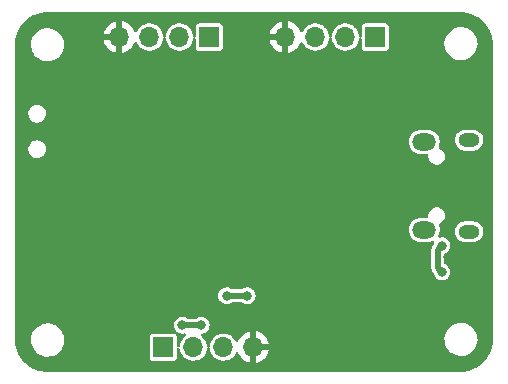
<source format=gbr>
%TF.GenerationSoftware,KiCad,Pcbnew,(6.0.0)*%
%TF.CreationDate,2024-12-16T18:31:44-06:00*%
%TF.ProjectId,UDEMY_STM32_Course,5544454d-595f-4535-944d-33325f436f75,rev?*%
%TF.SameCoordinates,Original*%
%TF.FileFunction,Copper,L2,Bot*%
%TF.FilePolarity,Positive*%
%FSLAX46Y46*%
G04 Gerber Fmt 4.6, Leading zero omitted, Abs format (unit mm)*
G04 Created by KiCad (PCBNEW (6.0.0)) date 2024-12-16 18:31:44*
%MOMM*%
%LPD*%
G01*
G04 APERTURE LIST*
%TA.AperFunction,ComponentPad*%
%ADD10O,1.800000X1.150000*%
%TD*%
%TA.AperFunction,ComponentPad*%
%ADD11O,2.000000X1.450000*%
%TD*%
%TA.AperFunction,ComponentPad*%
%ADD12O,1.700000X1.700000*%
%TD*%
%TA.AperFunction,ComponentPad*%
%ADD13R,1.700000X1.700000*%
%TD*%
%TA.AperFunction,ViaPad*%
%ADD14C,0.800000*%
%TD*%
%TA.AperFunction,Conductor*%
%ADD15C,0.500000*%
%TD*%
G04 APERTURE END LIST*
D10*
%TO.P,J1,6,Shield*%
%TO.N,unconnected-(J1-Pad6)*%
X79545000Y-65080000D03*
X79545000Y-72830000D03*
D11*
X75745000Y-65230000D03*
X75745000Y-72680000D03*
%TD*%
D12*
%TO.P,J3,4,Pin_4*%
%TO.N,GND*%
X63980000Y-56350000D03*
%TO.P,J3,3,Pin_3*%
%TO.N,/SWCLK*%
X66520000Y-56350000D03*
%TO.P,J3,2,Pin_2*%
%TO.N,/SWDIO*%
X69060000Y-56350000D03*
D13*
%TO.P,J3,1,Pin_1*%
%TO.N,+3V3*%
X71600000Y-56350000D03*
%TD*%
%TO.P,J4,1,Pin_1*%
%TO.N,+3V3*%
X53650000Y-82600000D03*
D12*
%TO.P,J4,2,Pin_2*%
%TO.N,/I2C2_SCL*%
X56190000Y-82600000D03*
%TO.P,J4,3,Pin_3*%
%TO.N,/I2C2_SDA*%
X58730000Y-82600000D03*
%TO.P,J4,4,Pin_4*%
%TO.N,GND*%
X61270000Y-82600000D03*
%TD*%
%TO.P,J2,4,Pin_4*%
%TO.N,GND*%
X49930000Y-56350000D03*
%TO.P,J2,3,Pin_3*%
%TO.N,/USART1_RX*%
X52470000Y-56350000D03*
%TO.P,J2,2,Pin_2*%
%TO.N,/USART1_TX*%
X55010000Y-56350000D03*
D13*
%TO.P,J2,1,Pin_1*%
%TO.N,+3V3*%
X57550000Y-56350000D03*
%TD*%
D14*
%TO.N,GND*%
X49250000Y-67000000D03*
X47750000Y-72250000D03*
%TO.N,+3V3*%
X77250000Y-74000000D03*
X77250000Y-76250000D03*
X55250000Y-80750000D03*
X56869500Y-80750000D03*
X60750000Y-78250000D03*
X59000000Y-78250000D03*
%TO.N,GND*%
X74250000Y-76250000D03*
X70750000Y-76000000D03*
X69750000Y-76000000D03*
X70000000Y-72750000D03*
X70000000Y-71500000D03*
X77750000Y-75000000D03*
X74500000Y-67500000D03*
X66000000Y-68500000D03*
X56247615Y-67525688D03*
X45250000Y-61000000D03*
X51750000Y-69750000D03*
X50750000Y-67000000D03*
X55750000Y-71500000D03*
X60750000Y-73250000D03*
X57970023Y-76220023D03*
X51000000Y-77500000D03*
X51000000Y-73750000D03*
X52500000Y-65750000D03*
%TD*%
D15*
%TO.N,+3V3*%
X76900489Y-74349511D02*
X77250000Y-74000000D01*
X76900489Y-75900489D02*
X76900489Y-74349511D01*
X77250000Y-76250000D02*
X76900489Y-75900489D01*
X56869500Y-80750000D02*
X55250000Y-80750000D01*
X60750000Y-78250000D02*
X59000000Y-78250000D01*
%TD*%
%TA.AperFunction,Conductor*%
%TO.N,GND*%
G36*
X78784438Y-54251884D02*
G01*
X78800000Y-54254628D01*
X78810685Y-54252744D01*
X78820398Y-54252744D01*
X78834244Y-54251923D01*
X78933077Y-54257473D01*
X79100950Y-54266901D01*
X79114768Y-54268458D01*
X79359151Y-54309980D01*
X79402034Y-54317266D01*
X79405065Y-54317781D01*
X79418622Y-54320875D01*
X79701583Y-54402395D01*
X79714700Y-54406985D01*
X79986748Y-54519670D01*
X79999271Y-54525701D01*
X80256998Y-54668142D01*
X80268767Y-54675538D01*
X80508917Y-54845934D01*
X80519789Y-54854603D01*
X80739351Y-55050816D01*
X80749184Y-55060649D01*
X80945397Y-55280211D01*
X80954066Y-55291083D01*
X81124462Y-55531233D01*
X81131858Y-55543002D01*
X81183014Y-55635562D01*
X81274299Y-55800729D01*
X81280330Y-55813252D01*
X81393015Y-56085300D01*
X81397605Y-56098416D01*
X81449895Y-56279920D01*
X81479125Y-56381378D01*
X81482219Y-56394934D01*
X81487067Y-56423471D01*
X81531542Y-56685232D01*
X81533099Y-56699050D01*
X81539889Y-56819955D01*
X81546536Y-56938306D01*
X81548077Y-56965754D01*
X81547256Y-56979602D01*
X81547256Y-56989315D01*
X81545372Y-57000000D01*
X81547256Y-57010685D01*
X81548116Y-57015562D01*
X81550000Y-57037094D01*
X81550000Y-81959392D01*
X81547747Y-81982923D01*
X81545412Y-81995005D01*
X81547120Y-82005714D01*
X81546948Y-82016168D01*
X81547497Y-82029250D01*
X81526949Y-82305491D01*
X81525061Y-82319705D01*
X81519475Y-82348758D01*
X81471171Y-82600000D01*
X81467646Y-82618332D01*
X81464129Y-82632233D01*
X81372624Y-82922228D01*
X81367526Y-82935630D01*
X81297538Y-83091787D01*
X81258835Y-83178143D01*
X81243156Y-83213125D01*
X81236546Y-83225847D01*
X81171010Y-83335913D01*
X81080969Y-83487135D01*
X81072933Y-83499009D01*
X81035031Y-83548584D01*
X80888240Y-83740580D01*
X80878887Y-83751449D01*
X80667532Y-83970092D01*
X80656986Y-83979808D01*
X80437223Y-84159951D01*
X80421816Y-84172580D01*
X80410222Y-84181013D01*
X80154348Y-84345361D01*
X80141868Y-84352391D01*
X80040624Y-84401955D01*
X79868740Y-84486099D01*
X79855518Y-84491648D01*
X79568792Y-84592926D01*
X79555018Y-84596912D01*
X79258521Y-84664412D01*
X79244379Y-84666782D01*
X78968978Y-84696681D01*
X78955892Y-84696576D01*
X78945452Y-84697101D01*
X78934686Y-84695757D01*
X78924110Y-84698176D01*
X78913616Y-84698704D01*
X78902135Y-84700000D01*
X43976252Y-84700000D01*
X43960959Y-84699053D01*
X43934513Y-84695766D01*
X43923934Y-84698192D01*
X43913146Y-84698741D01*
X43900501Y-84700122D01*
X43843494Y-84699679D01*
X43625145Y-84697982D01*
X43610661Y-84697019D01*
X43310679Y-84659315D01*
X43296402Y-84656663D01*
X43002899Y-84584124D01*
X42989025Y-84579819D01*
X42706018Y-84473439D01*
X42692741Y-84467538D01*
X42424141Y-84328787D01*
X42411643Y-84321373D01*
X42203849Y-84181014D01*
X42161108Y-84152143D01*
X42149565Y-84143319D01*
X41920554Y-83945945D01*
X41910121Y-83935829D01*
X41743218Y-83753846D01*
X41705772Y-83713016D01*
X41696597Y-83701753D01*
X41695429Y-83700133D01*
X41572224Y-83529346D01*
X41547192Y-83494646D01*
X52499500Y-83494646D01*
X52502618Y-83520846D01*
X52548061Y-83623153D01*
X52627287Y-83702241D01*
X52637758Y-83706870D01*
X52637759Y-83706871D01*
X52721147Y-83743737D01*
X52721149Y-83743738D01*
X52729673Y-83747506D01*
X52755354Y-83750500D01*
X54544646Y-83750500D01*
X54548300Y-83750065D01*
X54548302Y-83750065D01*
X54553266Y-83749474D01*
X54570846Y-83747382D01*
X54673153Y-83701939D01*
X54752241Y-83622713D01*
X54756982Y-83611990D01*
X54793737Y-83528853D01*
X54793738Y-83528851D01*
X54797506Y-83520327D01*
X54800500Y-83494646D01*
X54800500Y-82780300D01*
X54820185Y-82713261D01*
X54872989Y-82667506D01*
X54942147Y-82657562D01*
X55005703Y-82686587D01*
X55043477Y-82745365D01*
X55048234Y-82772190D01*
X55048423Y-82775072D01*
X55048425Y-82775082D01*
X55048796Y-82780749D01*
X55100845Y-82985690D01*
X55103219Y-82990841D01*
X55103221Y-82990845D01*
X55181645Y-83160959D01*
X55189369Y-83177714D01*
X55192647Y-83182352D01*
X55293998Y-83325760D01*
X55311405Y-83350391D01*
X55315476Y-83354357D01*
X55315477Y-83354358D01*
X55347869Y-83385913D01*
X55462865Y-83497937D01*
X55467588Y-83501093D01*
X55467592Y-83501096D01*
X55538663Y-83548584D01*
X55638677Y-83615411D01*
X55832953Y-83698878D01*
X55868277Y-83706871D01*
X56033638Y-83744289D01*
X56033642Y-83744290D01*
X56039186Y-83745544D01*
X56165315Y-83750500D01*
X56244789Y-83753623D01*
X56244791Y-83753623D01*
X56250470Y-83753846D01*
X56256090Y-83753031D01*
X56256092Y-83753031D01*
X56454103Y-83724320D01*
X56454104Y-83724320D01*
X56459730Y-83723504D01*
X56506420Y-83707655D01*
X56654565Y-83657367D01*
X56654568Y-83657366D01*
X56659955Y-83655537D01*
X56664916Y-83652759D01*
X56664922Y-83652756D01*
X56771530Y-83593052D01*
X56844442Y-83552219D01*
X56882165Y-83520846D01*
X57002645Y-83420644D01*
X57007012Y-83417012D01*
X57020929Y-83400278D01*
X57138584Y-83258813D01*
X57138585Y-83258811D01*
X57142219Y-83254442D01*
X57229641Y-83098340D01*
X57242756Y-83074922D01*
X57242759Y-83074916D01*
X57245537Y-83069955D01*
X57252875Y-83048340D01*
X57311675Y-82875118D01*
X57313504Y-82869730D01*
X57315726Y-82854404D01*
X57337820Y-82702033D01*
X57366921Y-82638512D01*
X57420225Y-82604346D01*
X57500974Y-82604346D01*
X57554347Y-82638736D01*
X57583296Y-82702327D01*
X57584271Y-82711707D01*
X57588796Y-82780749D01*
X57640845Y-82985690D01*
X57643219Y-82990841D01*
X57643221Y-82990845D01*
X57721645Y-83160959D01*
X57729369Y-83177714D01*
X57732647Y-83182352D01*
X57833998Y-83325760D01*
X57851405Y-83350391D01*
X57855476Y-83354357D01*
X57855477Y-83354358D01*
X57887869Y-83385913D01*
X58002865Y-83497937D01*
X58007588Y-83501093D01*
X58007592Y-83501096D01*
X58078663Y-83548584D01*
X58178677Y-83615411D01*
X58372953Y-83698878D01*
X58408277Y-83706871D01*
X58573638Y-83744289D01*
X58573642Y-83744290D01*
X58579186Y-83745544D01*
X58705315Y-83750500D01*
X58784789Y-83753623D01*
X58784791Y-83753623D01*
X58790470Y-83753846D01*
X58796090Y-83753031D01*
X58796092Y-83753031D01*
X58994103Y-83724320D01*
X58994104Y-83724320D01*
X58999730Y-83723504D01*
X59046420Y-83707655D01*
X59194565Y-83657367D01*
X59194568Y-83657366D01*
X59199955Y-83655537D01*
X59204916Y-83652759D01*
X59204922Y-83652756D01*
X59311530Y-83593052D01*
X59384442Y-83552219D01*
X59422165Y-83520846D01*
X59542645Y-83420644D01*
X59547012Y-83417012D01*
X59560929Y-83400278D01*
X59678584Y-83258813D01*
X59678585Y-83258811D01*
X59682219Y-83254442D01*
X59784059Y-83072594D01*
X59833990Y-83023721D01*
X59902418Y-83009601D01*
X59967617Y-83034717D01*
X60004630Y-83080778D01*
X60094110Y-83272667D01*
X60099508Y-83282017D01*
X60228784Y-83466643D01*
X60235719Y-83474907D01*
X60395091Y-83634279D01*
X60403357Y-83641215D01*
X60587992Y-83770498D01*
X60597324Y-83775886D01*
X60801603Y-83871143D01*
X60811736Y-83874832D01*
X61002779Y-83926022D01*
X61016653Y-83925691D01*
X61020000Y-83917875D01*
X61020000Y-83912806D01*
X61520000Y-83912806D01*
X61523910Y-83926123D01*
X61532326Y-83927333D01*
X61728264Y-83874832D01*
X61738397Y-83871143D01*
X61942676Y-83775886D01*
X61952008Y-83770498D01*
X62136643Y-83641215D01*
X62144909Y-83634279D01*
X62304281Y-83474907D01*
X62311216Y-83466643D01*
X62440492Y-83282017D01*
X62445890Y-83272667D01*
X62541143Y-83068397D01*
X62544832Y-83058264D01*
X62596022Y-82867221D01*
X62595691Y-82853347D01*
X62587875Y-82850000D01*
X61537830Y-82850000D01*
X61522831Y-82854404D01*
X61521644Y-82855774D01*
X61520000Y-82863332D01*
X61520000Y-83912806D01*
X61020000Y-83912806D01*
X61020000Y-82332170D01*
X61520000Y-82332170D01*
X61524404Y-82347169D01*
X61525774Y-82348356D01*
X61533332Y-82350000D01*
X62582806Y-82350000D01*
X62596123Y-82346090D01*
X62597333Y-82337674D01*
X62544832Y-82141736D01*
X62541143Y-82131603D01*
X62445890Y-81927333D01*
X62440492Y-81917983D01*
X62416549Y-81883789D01*
X77445996Y-81883789D01*
X77454913Y-82121295D01*
X77455990Y-82126430D01*
X77455991Y-82126435D01*
X77500976Y-82340832D01*
X77503719Y-82353904D01*
X77505648Y-82358788D01*
X77505649Y-82358792D01*
X77517753Y-82389440D01*
X77591020Y-82574963D01*
X77593741Y-82579447D01*
X77593743Y-82579451D01*
X77674005Y-82711718D01*
X77714319Y-82778153D01*
X77870090Y-82957664D01*
X77918558Y-82997405D01*
X78038083Y-83095409D01*
X78053880Y-83108362D01*
X78058441Y-83110958D01*
X78058442Y-83110959D01*
X78255875Y-83223345D01*
X78255880Y-83223347D01*
X78260433Y-83225939D01*
X78483844Y-83307034D01*
X78717725Y-83349326D01*
X78742619Y-83350500D01*
X78909680Y-83350500D01*
X78912296Y-83350278D01*
X78912297Y-83350278D01*
X79081590Y-83335913D01*
X79086823Y-83335469D01*
X79316874Y-83275760D01*
X79533576Y-83178143D01*
X79730732Y-83045409D01*
X79902705Y-82881355D01*
X80044579Y-82690670D01*
X80046958Y-82685991D01*
X80149913Y-82483493D01*
X80149915Y-82483488D01*
X80152295Y-82478807D01*
X80157303Y-82462681D01*
X80221215Y-82256848D01*
X80222775Y-82251824D01*
X80231509Y-82185931D01*
X80253315Y-82021412D01*
X80253315Y-82021408D01*
X80254004Y-82016211D01*
X80245087Y-81778705D01*
X80235573Y-81733357D01*
X80197361Y-81551242D01*
X80197360Y-81551239D01*
X80196281Y-81546096D01*
X80187890Y-81524847D01*
X80145103Y-81416507D01*
X80108980Y-81325037D01*
X80086017Y-81287194D01*
X79988408Y-81126341D01*
X79985681Y-81121847D01*
X79829910Y-80942336D01*
X79646120Y-80791638D01*
X79611370Y-80771857D01*
X79444125Y-80676655D01*
X79444120Y-80676653D01*
X79439567Y-80674061D01*
X79216156Y-80592966D01*
X78982275Y-80550674D01*
X78957381Y-80549500D01*
X78790320Y-80549500D01*
X78787704Y-80549722D01*
X78787703Y-80549722D01*
X78776484Y-80550674D01*
X78613177Y-80564531D01*
X78383126Y-80624240D01*
X78166424Y-80721857D01*
X77969268Y-80854591D01*
X77797295Y-81018645D01*
X77655421Y-81209330D01*
X77653042Y-81214008D01*
X77653042Y-81214009D01*
X77550550Y-81415598D01*
X77547705Y-81421193D01*
X77546146Y-81426213D01*
X77546145Y-81426216D01*
X77496125Y-81587309D01*
X77477225Y-81648176D01*
X77476534Y-81653386D01*
X77476534Y-81653388D01*
X77453541Y-81826867D01*
X77445996Y-81883789D01*
X62416549Y-81883789D01*
X62311216Y-81733357D01*
X62304281Y-81725093D01*
X62144909Y-81565721D01*
X62136643Y-81558785D01*
X61952008Y-81429502D01*
X61942676Y-81424114D01*
X61738397Y-81328857D01*
X61728264Y-81325168D01*
X61537221Y-81273978D01*
X61523347Y-81274309D01*
X61520000Y-81282125D01*
X61520000Y-82332170D01*
X61020000Y-82332170D01*
X61020000Y-81287194D01*
X61016090Y-81273877D01*
X61007674Y-81272667D01*
X60811736Y-81325168D01*
X60801603Y-81328857D01*
X60597333Y-81424110D01*
X60587983Y-81429508D01*
X60403357Y-81558784D01*
X60395093Y-81565719D01*
X60235719Y-81725093D01*
X60228784Y-81733357D01*
X60099508Y-81917983D01*
X60094110Y-81927333D01*
X60002664Y-82123438D01*
X59956491Y-82175877D01*
X59889298Y-82195029D01*
X59822417Y-82174813D01*
X59779071Y-82125878D01*
X59715165Y-81996290D01*
X59588651Y-81826867D01*
X59584481Y-81823012D01*
X59584478Y-81823009D01*
X59478552Y-81725093D01*
X59433381Y-81683337D01*
X59427111Y-81679381D01*
X59259363Y-81573539D01*
X59259361Y-81573538D01*
X59254554Y-81570505D01*
X59058160Y-81492152D01*
X59052579Y-81491042D01*
X59052576Y-81491041D01*
X58929232Y-81466507D01*
X58850775Y-81450901D01*
X58845088Y-81450827D01*
X58845083Y-81450826D01*
X58645034Y-81448207D01*
X58645029Y-81448207D01*
X58639346Y-81448133D01*
X58633742Y-81449096D01*
X58633741Y-81449096D01*
X58436550Y-81482979D01*
X58436547Y-81482980D01*
X58430953Y-81483941D01*
X58232575Y-81557127D01*
X58227697Y-81560029D01*
X58227695Y-81560030D01*
X58055740Y-81662332D01*
X58055737Y-81662334D01*
X58050856Y-81665238D01*
X57891881Y-81804655D01*
X57888362Y-81809119D01*
X57888359Y-81809122D01*
X57833597Y-81878588D01*
X57760976Y-81970708D01*
X57662523Y-82157836D01*
X57660837Y-82163267D01*
X57660835Y-82163271D01*
X57612261Y-82319705D01*
X57599820Y-82359773D01*
X57582851Y-82503140D01*
X57555425Y-82567398D01*
X57500974Y-82604346D01*
X57420225Y-82604346D01*
X57420667Y-82604063D01*
X57368057Y-82572081D01*
X57337453Y-82509271D01*
X57336232Y-82499909D01*
X57326601Y-82395100D01*
X57326081Y-82389440D01*
X57268686Y-82185931D01*
X57175165Y-81996290D01*
X57048651Y-81826867D01*
X57044481Y-81823012D01*
X57044478Y-81823009D01*
X56938552Y-81725093D01*
X56893381Y-81683337D01*
X56887109Y-81679379D01*
X56886566Y-81678763D01*
X56884063Y-81676843D01*
X56884440Y-81676352D01*
X56840914Y-81626963D01*
X56830390Y-81557890D01*
X56858881Y-81494093D01*
X56917341Y-81455827D01*
X56937800Y-81451693D01*
X56943260Y-81451779D01*
X57076808Y-81421193D01*
X57101238Y-81415598D01*
X57101239Y-81415598D01*
X57108529Y-81413928D01*
X57194779Y-81370549D01*
X57253320Y-81341106D01*
X57253322Y-81341105D01*
X57259998Y-81337747D01*
X57265680Y-81332894D01*
X57265683Y-81332892D01*
X57383241Y-81232487D01*
X57388923Y-81227634D01*
X57487861Y-81089947D01*
X57551101Y-80932634D01*
X57555509Y-80901660D01*
X57574418Y-80768800D01*
X57574418Y-80768794D01*
X57574990Y-80764778D01*
X57575145Y-80750000D01*
X57571739Y-80721857D01*
X57555675Y-80589105D01*
X57555674Y-80589101D01*
X57554776Y-80581680D01*
X57494845Y-80423077D01*
X57486157Y-80410436D01*
X57403049Y-80289513D01*
X57403046Y-80289510D01*
X57398812Y-80283349D01*
X57356840Y-80245953D01*
X57277803Y-80175533D01*
X57277801Y-80175532D01*
X57272221Y-80170560D01*
X57257847Y-80162949D01*
X57128989Y-80094723D01*
X57122381Y-80091224D01*
X56957941Y-80049919D01*
X56871748Y-80049468D01*
X56795868Y-80049070D01*
X56795867Y-80049070D01*
X56788395Y-80049031D01*
X56766735Y-80054231D01*
X56630795Y-80086868D01*
X56630793Y-80086869D01*
X56623532Y-80088612D01*
X56616899Y-80092035D01*
X56616895Y-80092037D01*
X56549965Y-80126583D01*
X56472869Y-80166375D01*
X56467235Y-80171289D01*
X56461056Y-80175489D01*
X56459783Y-80173616D01*
X56406460Y-80198180D01*
X56388412Y-80199500D01*
X55731645Y-80199500D01*
X55660875Y-80177322D01*
X55658308Y-80175537D01*
X55652721Y-80170560D01*
X55502881Y-80091224D01*
X55338441Y-80049919D01*
X55252248Y-80049468D01*
X55176368Y-80049070D01*
X55176367Y-80049070D01*
X55168895Y-80049031D01*
X55147235Y-80054231D01*
X55011295Y-80086868D01*
X55011293Y-80086869D01*
X55004032Y-80088612D01*
X54997399Y-80092035D01*
X54997395Y-80092037D01*
X54930465Y-80126583D01*
X54853369Y-80166375D01*
X54725604Y-80277831D01*
X54628113Y-80416547D01*
X54566524Y-80574513D01*
X54565548Y-80581923D01*
X54565548Y-80581925D01*
X54557635Y-80642032D01*
X54544394Y-80742611D01*
X54545214Y-80750039D01*
X54545214Y-80750041D01*
X54555694Y-80844966D01*
X54562999Y-80911135D01*
X54565565Y-80918147D01*
X54565566Y-80918151D01*
X54601015Y-81015019D01*
X54621266Y-81070356D01*
X54625433Y-81076558D01*
X54625435Y-81076561D01*
X54638510Y-81096018D01*
X54715830Y-81211083D01*
X54721358Y-81216113D01*
X54721364Y-81216120D01*
X54804647Y-81291901D01*
X54823683Y-81323165D01*
X54846617Y-81328114D01*
X54990235Y-81406092D01*
X55077540Y-81428996D01*
X55147005Y-81447220D01*
X55147007Y-81447220D01*
X55154233Y-81449116D01*
X55237178Y-81450419D01*
X55316290Y-81451662D01*
X55316293Y-81451662D01*
X55323760Y-81451779D01*
X55441671Y-81424774D01*
X55511411Y-81428996D01*
X55567799Y-81470253D01*
X55592931Y-81535446D01*
X55578827Y-81603877D01*
X55532751Y-81652212D01*
X55515740Y-81662332D01*
X55515737Y-81662334D01*
X55510856Y-81665238D01*
X55351881Y-81804655D01*
X55348362Y-81809119D01*
X55348359Y-81809122D01*
X55293597Y-81878588D01*
X55220976Y-81970708D01*
X55122523Y-82157836D01*
X55120837Y-82163267D01*
X55120835Y-82163271D01*
X55072261Y-82319705D01*
X55059820Y-82359773D01*
X55059152Y-82365418D01*
X55059151Y-82365422D01*
X55047640Y-82462681D01*
X55020213Y-82526942D01*
X54962397Y-82566173D01*
X54892549Y-82567919D01*
X54832845Y-82531625D01*
X54802241Y-82468814D01*
X54800500Y-82448106D01*
X54800500Y-81705354D01*
X54797382Y-81679154D01*
X54751939Y-81576847D01*
X54733846Y-81558785D01*
X54699848Y-81524847D01*
X54685838Y-81499243D01*
X54671055Y-81497026D01*
X54578853Y-81456263D01*
X54578851Y-81456262D01*
X54570327Y-81452494D01*
X54544646Y-81449500D01*
X52755354Y-81449500D01*
X52751700Y-81449935D01*
X52751698Y-81449935D01*
X52746734Y-81450526D01*
X52729154Y-81452618D01*
X52626847Y-81498061D01*
X52547759Y-81577287D01*
X52543130Y-81587758D01*
X52543129Y-81587759D01*
X52508876Y-81665238D01*
X52502494Y-81679673D01*
X52499500Y-81705354D01*
X52499500Y-83494646D01*
X41547192Y-83494646D01*
X41519720Y-83456564D01*
X41511923Y-83444301D01*
X41364942Y-83180095D01*
X41358638Y-83167011D01*
X41243581Y-82887437D01*
X41238847Y-82873698D01*
X41157283Y-82582561D01*
X41154193Y-82568375D01*
X41154122Y-82567919D01*
X41121407Y-82359773D01*
X41107252Y-82269714D01*
X41105841Y-82255250D01*
X41095206Y-81980098D01*
X41096197Y-81967403D01*
X41096412Y-81956612D01*
X41098509Y-81945970D01*
X41096612Y-81933789D01*
X42445996Y-81933789D01*
X42454913Y-82171295D01*
X42455990Y-82176430D01*
X42455991Y-82176435D01*
X42502639Y-82398758D01*
X42503719Y-82403904D01*
X42591020Y-82624963D01*
X42593741Y-82629447D01*
X42593743Y-82629451D01*
X42661233Y-82740670D01*
X42714319Y-82828153D01*
X42759920Y-82880704D01*
X42846249Y-82980189D01*
X42870090Y-83007664D01*
X43053880Y-83158362D01*
X43058441Y-83160958D01*
X43058442Y-83160959D01*
X43255875Y-83273345D01*
X43255880Y-83273347D01*
X43260433Y-83275939D01*
X43483844Y-83357034D01*
X43717725Y-83399326D01*
X43742619Y-83400500D01*
X43909680Y-83400500D01*
X43912296Y-83400278D01*
X43912297Y-83400278D01*
X44081590Y-83385913D01*
X44086823Y-83385469D01*
X44316874Y-83325760D01*
X44533576Y-83228143D01*
X44730732Y-83095409D01*
X44902705Y-82931355D01*
X45044579Y-82740670D01*
X45059299Y-82711718D01*
X45149913Y-82533493D01*
X45149915Y-82533488D01*
X45152295Y-82528807D01*
X45166366Y-82483493D01*
X45221215Y-82306848D01*
X45222775Y-82301824D01*
X45239395Y-82176435D01*
X45253315Y-82071412D01*
X45253315Y-82071408D01*
X45254004Y-82066211D01*
X45245087Y-81828705D01*
X45240979Y-81809122D01*
X45197361Y-81601242D01*
X45197360Y-81601239D01*
X45196281Y-81596096D01*
X45185654Y-81569185D01*
X45138387Y-81449500D01*
X45108980Y-81375037D01*
X45081603Y-81329920D01*
X44988408Y-81176341D01*
X44985681Y-81171847D01*
X44829910Y-80992336D01*
X44666335Y-80858213D01*
X44650179Y-80844966D01*
X44650178Y-80844965D01*
X44646120Y-80841638D01*
X44641558Y-80839041D01*
X44444125Y-80726655D01*
X44444120Y-80726653D01*
X44439567Y-80724061D01*
X44216156Y-80642966D01*
X43982275Y-80600674D01*
X43957381Y-80599500D01*
X43790320Y-80599500D01*
X43787704Y-80599722D01*
X43787703Y-80599722D01*
X43776484Y-80600674D01*
X43613177Y-80614531D01*
X43383126Y-80674240D01*
X43166424Y-80771857D01*
X42969268Y-80904591D01*
X42797295Y-81068645D01*
X42655421Y-81259330D01*
X42653042Y-81264008D01*
X42653042Y-81264009D01*
X42555296Y-81456263D01*
X42547705Y-81471193D01*
X42546146Y-81476213D01*
X42546145Y-81476216D01*
X42486288Y-81668987D01*
X42477225Y-81698176D01*
X42476534Y-81703386D01*
X42476534Y-81703388D01*
X42446852Y-81927333D01*
X42445996Y-81933789D01*
X41096612Y-81933789D01*
X41095420Y-81926140D01*
X41093942Y-81907054D01*
X41093942Y-78242611D01*
X58294394Y-78242611D01*
X58295214Y-78250039D01*
X58295214Y-78250041D01*
X58296841Y-78264778D01*
X58312999Y-78411135D01*
X58315565Y-78418147D01*
X58315566Y-78418151D01*
X58368697Y-78563336D01*
X58371266Y-78570356D01*
X58375433Y-78576558D01*
X58375435Y-78576561D01*
X58388510Y-78596018D01*
X58465830Y-78711083D01*
X58471360Y-78716115D01*
X58585702Y-78820159D01*
X58585706Y-78820162D01*
X58591233Y-78825191D01*
X58740235Y-78906092D01*
X58835585Y-78931107D01*
X58897005Y-78947220D01*
X58897007Y-78947220D01*
X58904233Y-78949116D01*
X58987178Y-78950419D01*
X59066290Y-78951662D01*
X59066293Y-78951662D01*
X59073760Y-78951779D01*
X59196209Y-78923735D01*
X59231738Y-78915598D01*
X59231739Y-78915598D01*
X59239029Y-78913928D01*
X59314111Y-78876166D01*
X59383820Y-78841106D01*
X59383822Y-78841105D01*
X59390498Y-78837747D01*
X59399325Y-78830208D01*
X59402080Y-78828974D01*
X59402409Y-78828755D01*
X59402445Y-78828810D01*
X59463087Y-78801639D01*
X59479855Y-78800500D01*
X60268467Y-78800500D01*
X60338747Y-78822929D01*
X60341233Y-78825191D01*
X60347805Y-78828759D01*
X60347806Y-78828760D01*
X60364358Y-78837747D01*
X60490235Y-78906092D01*
X60585585Y-78931107D01*
X60647005Y-78947220D01*
X60647007Y-78947220D01*
X60654233Y-78949116D01*
X60737178Y-78950419D01*
X60816290Y-78951662D01*
X60816293Y-78951662D01*
X60823760Y-78951779D01*
X60946209Y-78923735D01*
X60981738Y-78915598D01*
X60981739Y-78915598D01*
X60989029Y-78913928D01*
X61064111Y-78876166D01*
X61133820Y-78841106D01*
X61133822Y-78841105D01*
X61140498Y-78837747D01*
X61146180Y-78832894D01*
X61146183Y-78832892D01*
X61263741Y-78732487D01*
X61269423Y-78727634D01*
X61368361Y-78589947D01*
X61431601Y-78432634D01*
X61455490Y-78264778D01*
X61455645Y-78250000D01*
X61435276Y-78081680D01*
X61375345Y-77923077D01*
X61366657Y-77910436D01*
X61283549Y-77789513D01*
X61283546Y-77789510D01*
X61279312Y-77783349D01*
X61237340Y-77745953D01*
X61158303Y-77675533D01*
X61158301Y-77675532D01*
X61152721Y-77670560D01*
X61138347Y-77662949D01*
X61009489Y-77594723D01*
X61002881Y-77591224D01*
X60838441Y-77549919D01*
X60752248Y-77549468D01*
X60676368Y-77549070D01*
X60676367Y-77549070D01*
X60668895Y-77549031D01*
X60647235Y-77554231D01*
X60511295Y-77586868D01*
X60511293Y-77586869D01*
X60504032Y-77588612D01*
X60497399Y-77592035D01*
X60497395Y-77592037D01*
X60430465Y-77626583D01*
X60353369Y-77666375D01*
X60347735Y-77671289D01*
X60341556Y-77675489D01*
X60340283Y-77673616D01*
X60286960Y-77698180D01*
X60268912Y-77699500D01*
X59481645Y-77699500D01*
X59410875Y-77677322D01*
X59408308Y-77675537D01*
X59402721Y-77670560D01*
X59252881Y-77591224D01*
X59088441Y-77549919D01*
X59002248Y-77549468D01*
X58926368Y-77549070D01*
X58926367Y-77549070D01*
X58918895Y-77549031D01*
X58897235Y-77554231D01*
X58761295Y-77586868D01*
X58761293Y-77586869D01*
X58754032Y-77588612D01*
X58747399Y-77592035D01*
X58747395Y-77592037D01*
X58680465Y-77626583D01*
X58603369Y-77666375D01*
X58475604Y-77777831D01*
X58378113Y-77916547D01*
X58316524Y-78074513D01*
X58294394Y-78242611D01*
X41093942Y-78242611D01*
X41093942Y-72672806D01*
X74439563Y-72672806D01*
X74440112Y-72678839D01*
X74440112Y-72678843D01*
X74449395Y-72780840D01*
X74457790Y-72873089D01*
X74459501Y-72878902D01*
X74459501Y-72878903D01*
X74461944Y-72887203D01*
X74514572Y-73066018D01*
X74607746Y-73244243D01*
X74683621Y-73338612D01*
X74729137Y-73395222D01*
X74733763Y-73400976D01*
X74887823Y-73530248D01*
X75064058Y-73627134D01*
X75069840Y-73628968D01*
X75069842Y-73628969D01*
X75249976Y-73686111D01*
X75249978Y-73686111D01*
X75255755Y-73687944D01*
X75310287Y-73694061D01*
X75408815Y-73705113D01*
X75408821Y-73705113D01*
X75412268Y-73705500D01*
X76070606Y-73705500D01*
X76073621Y-73705204D01*
X76073629Y-73705204D01*
X76214115Y-73691429D01*
X76214117Y-73691429D01*
X76220151Y-73690837D01*
X76412679Y-73632710D01*
X76417464Y-73630166D01*
X76486725Y-73622839D01*
X76549151Y-73654221D01*
X76584700Y-73714371D01*
X76580028Y-73789875D01*
X76569241Y-73817543D01*
X76569240Y-73817547D01*
X76566524Y-73824513D01*
X76565548Y-73831925D01*
X76565548Y-73831926D01*
X76559823Y-73875414D01*
X76531557Y-73939311D01*
X76524565Y-73946911D01*
X76521822Y-73949654D01*
X76518074Y-73953249D01*
X76478554Y-73989589D01*
X76478552Y-73989591D01*
X76472333Y-73995310D01*
X76457769Y-74018800D01*
X76449353Y-74032373D01*
X76442736Y-74042001D01*
X76421487Y-74069995D01*
X76421485Y-74069998D01*
X76416377Y-74076728D01*
X76413266Y-74084586D01*
X76413263Y-74084591D01*
X76410779Y-74090866D01*
X76400871Y-74110567D01*
X76392854Y-74123497D01*
X76390496Y-74131614D01*
X76380689Y-74165369D01*
X76376905Y-74176420D01*
X76363965Y-74209103D01*
X76360853Y-74216964D01*
X76359970Y-74225368D01*
X76359263Y-74232092D01*
X76355018Y-74253727D01*
X76350774Y-74268336D01*
X76349989Y-74279026D01*
X76349989Y-74313833D01*
X76349310Y-74326794D01*
X76347290Y-74346018D01*
X76345088Y-74366965D01*
X76346497Y-74375295D01*
X76346497Y-74375298D01*
X76348253Y-74385678D01*
X76349989Y-74406357D01*
X76349989Y-75885532D01*
X76349880Y-75890724D01*
X76347279Y-75952783D01*
X76349210Y-75961014D01*
X76349210Y-75961018D01*
X76357236Y-75995236D01*
X76359365Y-76006721D01*
X76365283Y-76049921D01*
X76368640Y-76057678D01*
X76371323Y-76063878D01*
X76378247Y-76084814D01*
X76381721Y-76099625D01*
X76385794Y-76107033D01*
X76402727Y-76137835D01*
X76407865Y-76148324D01*
X76421826Y-76180586D01*
X76421829Y-76180591D01*
X76425184Y-76188344D01*
X76430501Y-76194910D01*
X76430502Y-76194912D01*
X76434756Y-76200165D01*
X76447046Y-76218454D01*
X76454382Y-76231797D01*
X76461386Y-76239911D01*
X76485998Y-76264523D01*
X76494683Y-76274168D01*
X76520103Y-76305559D01*
X76522701Y-76307405D01*
X76556810Y-76365457D01*
X76559783Y-76382002D01*
X76562999Y-76411135D01*
X76565565Y-76418147D01*
X76565566Y-76418151D01*
X76618697Y-76563336D01*
X76621266Y-76570356D01*
X76625433Y-76576558D01*
X76625435Y-76576561D01*
X76638510Y-76596018D01*
X76715830Y-76711083D01*
X76721360Y-76716115D01*
X76835702Y-76820159D01*
X76835706Y-76820162D01*
X76841233Y-76825191D01*
X76990235Y-76906092D01*
X77085585Y-76931107D01*
X77147005Y-76947220D01*
X77147007Y-76947220D01*
X77154233Y-76949116D01*
X77237178Y-76950419D01*
X77316290Y-76951662D01*
X77316293Y-76951662D01*
X77323760Y-76951779D01*
X77446209Y-76923735D01*
X77481738Y-76915598D01*
X77481739Y-76915598D01*
X77489029Y-76913928D01*
X77564111Y-76876166D01*
X77633820Y-76841106D01*
X77633822Y-76841105D01*
X77640498Y-76837747D01*
X77646180Y-76832894D01*
X77646183Y-76832892D01*
X77763741Y-76732487D01*
X77769423Y-76727634D01*
X77868361Y-76589947D01*
X77931601Y-76432634D01*
X77945797Y-76332885D01*
X77954918Y-76268800D01*
X77954918Y-76268794D01*
X77955490Y-76264778D01*
X77955645Y-76250000D01*
X77937448Y-76099625D01*
X77936175Y-76089105D01*
X77936174Y-76089101D01*
X77935276Y-76081680D01*
X77875345Y-75923077D01*
X77853110Y-75890725D01*
X77783549Y-75789513D01*
X77783546Y-75789510D01*
X77779312Y-75783349D01*
X77652721Y-75670560D01*
X77516965Y-75598681D01*
X77466930Y-75549916D01*
X77450989Y-75489095D01*
X77450989Y-74759495D01*
X77470674Y-74692456D01*
X77519273Y-74648717D01*
X77633820Y-74591106D01*
X77633822Y-74591105D01*
X77640498Y-74587747D01*
X77646180Y-74582894D01*
X77646183Y-74582892D01*
X77763741Y-74482487D01*
X77769423Y-74477634D01*
X77868361Y-74339947D01*
X77931601Y-74182634D01*
X77938862Y-74131614D01*
X77954918Y-74018800D01*
X77954918Y-74018794D01*
X77955490Y-74014778D01*
X77955645Y-74000000D01*
X77954385Y-73989589D01*
X77936175Y-73839105D01*
X77936174Y-73839101D01*
X77935276Y-73831680D01*
X77887485Y-73705204D01*
X77877989Y-73680073D01*
X77877987Y-73680070D01*
X77875345Y-73673077D01*
X77870857Y-73666547D01*
X77783549Y-73539513D01*
X77783546Y-73539510D01*
X77779312Y-73533349D01*
X77705687Y-73467751D01*
X77658303Y-73425533D01*
X77658301Y-73425532D01*
X77652721Y-73420560D01*
X77502881Y-73341224D01*
X77338441Y-73299919D01*
X77252248Y-73299468D01*
X77176368Y-73299070D01*
X77176367Y-73299070D01*
X77168895Y-73299031D01*
X77161633Y-73300775D01*
X77161629Y-73300775D01*
X77073926Y-73321831D01*
X77004144Y-73318340D01*
X76947326Y-73277677D01*
X76921513Y-73212750D01*
X76935902Y-73142282D01*
X76969945Y-73079320D01*
X77029415Y-72887203D01*
X77040594Y-72780840D01*
X78340711Y-72780840D01*
X78350667Y-72970801D01*
X78401181Y-73154193D01*
X78404313Y-73160133D01*
X78478974Y-73301740D01*
X78489898Y-73322460D01*
X78494229Y-73327585D01*
X78494231Y-73327588D01*
X78577001Y-73425533D01*
X78612678Y-73467751D01*
X78618012Y-73471829D01*
X78758456Y-73579207D01*
X78758459Y-73579209D01*
X78763793Y-73583287D01*
X78769882Y-73586126D01*
X78769883Y-73586127D01*
X78915912Y-73654221D01*
X78936193Y-73663678D01*
X78942738Y-73665141D01*
X78942741Y-73665142D01*
X79009539Y-73680073D01*
X79121834Y-73705174D01*
X79127665Y-73705500D01*
X79917517Y-73705500D01*
X80059109Y-73690118D01*
X80239396Y-73629445D01*
X80402447Y-73531474D01*
X80540658Y-73400775D01*
X80590396Y-73327588D01*
X80643804Y-73249000D01*
X80643806Y-73248997D01*
X80647578Y-73243446D01*
X80650070Y-73237216D01*
X80650072Y-73237212D01*
X80715727Y-73073062D01*
X80718221Y-73066827D01*
X80719318Y-73060202D01*
X80748192Y-72885788D01*
X80748192Y-72885786D01*
X80749289Y-72879160D01*
X80739333Y-72689199D01*
X80688819Y-72505807D01*
X80600102Y-72337540D01*
X80556947Y-72286472D01*
X80481655Y-72197376D01*
X80481653Y-72197374D01*
X80477322Y-72192249D01*
X80393976Y-72128526D01*
X80331544Y-72080793D01*
X80331541Y-72080791D01*
X80326207Y-72076713D01*
X80253367Y-72042747D01*
X80159891Y-71999159D01*
X80153807Y-71996322D01*
X80147262Y-71994859D01*
X80147259Y-71994858D01*
X80035522Y-71969882D01*
X79968166Y-71954826D01*
X79962335Y-71954500D01*
X79172483Y-71954500D01*
X79030891Y-71969882D01*
X78850604Y-72030555D01*
X78687553Y-72128526D01*
X78549342Y-72259225D01*
X78545569Y-72264777D01*
X78545568Y-72264778D01*
X78492083Y-72343480D01*
X78442422Y-72416554D01*
X78439930Y-72422784D01*
X78439928Y-72422788D01*
X78419926Y-72472797D01*
X78371779Y-72593173D01*
X78370683Y-72599796D01*
X78370682Y-72599798D01*
X78356954Y-72682726D01*
X78340711Y-72780840D01*
X77040594Y-72780840D01*
X77050437Y-72687194D01*
X77042484Y-72599798D01*
X77034519Y-72512280D01*
X77032210Y-72486911D01*
X76975428Y-72293982D01*
X76972617Y-72288606D01*
X76970346Y-72282984D01*
X76971705Y-72282435D01*
X76959512Y-72221039D01*
X76985113Y-72156029D01*
X77034618Y-72120100D01*
X77034029Y-72118928D01*
X77178820Y-72046106D01*
X77178822Y-72046105D01*
X77185498Y-72042747D01*
X77191180Y-72037894D01*
X77191183Y-72037892D01*
X77308741Y-71937487D01*
X77314423Y-71932634D01*
X77413361Y-71794947D01*
X77476601Y-71637634D01*
X77500490Y-71469778D01*
X77500645Y-71455000D01*
X77480276Y-71286680D01*
X77420345Y-71128077D01*
X77411657Y-71115436D01*
X77328549Y-70994513D01*
X77328546Y-70994510D01*
X77324312Y-70988349D01*
X77197721Y-70875560D01*
X77183347Y-70867949D01*
X77054489Y-70799723D01*
X77047881Y-70796224D01*
X76883441Y-70754919D01*
X76797248Y-70754468D01*
X76721368Y-70754070D01*
X76721367Y-70754070D01*
X76713895Y-70754031D01*
X76692235Y-70759231D01*
X76556295Y-70791868D01*
X76556293Y-70791869D01*
X76549032Y-70793612D01*
X76542399Y-70797035D01*
X76542395Y-70797037D01*
X76475465Y-70831583D01*
X76398369Y-70871375D01*
X76270604Y-70982831D01*
X76173113Y-71121547D01*
X76111524Y-71279513D01*
X76089394Y-71447611D01*
X76090214Y-71455039D01*
X76090214Y-71455041D01*
X76097043Y-71516893D01*
X76084834Y-71585687D01*
X76037370Y-71636960D01*
X75973792Y-71654500D01*
X75419394Y-71654500D01*
X75416379Y-71654796D01*
X75416371Y-71654796D01*
X75275885Y-71668571D01*
X75275883Y-71668571D01*
X75269849Y-71669163D01*
X75077321Y-71727290D01*
X74899751Y-71821706D01*
X74743901Y-71948814D01*
X74615708Y-72103773D01*
X74612822Y-72109110D01*
X74612821Y-72109112D01*
X74531656Y-72259225D01*
X74520055Y-72280680D01*
X74460585Y-72472797D01*
X74439563Y-72672806D01*
X41093942Y-72672806D01*
X41093942Y-65890862D01*
X42215497Y-65890862D01*
X42245134Y-66063340D01*
X42247957Y-66069973D01*
X42247957Y-66069975D01*
X42272680Y-66128077D01*
X42313654Y-66224373D01*
X42317921Y-66230171D01*
X42317922Y-66230173D01*
X42375092Y-66307857D01*
X42417383Y-66365324D01*
X42422874Y-66369989D01*
X42422875Y-66369990D01*
X42545261Y-66473965D01*
X42545264Y-66473967D01*
X42550755Y-66478632D01*
X42557172Y-66481909D01*
X42557174Y-66481910D01*
X42623616Y-66515837D01*
X42706616Y-66558219D01*
X42713612Y-66559931D01*
X42713615Y-66559932D01*
X42784763Y-66577341D01*
X42876606Y-66599815D01*
X42882114Y-66600157D01*
X42882116Y-66600157D01*
X42885744Y-66600382D01*
X42885748Y-66600382D01*
X42887648Y-66600500D01*
X43013822Y-66600500D01*
X43143828Y-66585343D01*
X43150595Y-66582887D01*
X43150598Y-66582886D01*
X43301557Y-66528090D01*
X43301558Y-66528089D01*
X43308331Y-66525631D01*
X43416061Y-66455000D01*
X43448656Y-66433630D01*
X43448657Y-66433629D01*
X43454685Y-66429677D01*
X43459637Y-66424449D01*
X43459640Y-66424447D01*
X43570087Y-66307857D01*
X43570089Y-66307855D01*
X43575040Y-66302628D01*
X43578656Y-66296403D01*
X43578658Y-66296400D01*
X43659322Y-66157525D01*
X43662939Y-66151298D01*
X43713667Y-65983807D01*
X43720382Y-65875560D01*
X43724057Y-65816332D01*
X43724057Y-65816329D01*
X43724503Y-65809138D01*
X43694866Y-65636660D01*
X43626346Y-65475627D01*
X43622078Y-65469827D01*
X43526888Y-65340479D01*
X43526886Y-65340477D01*
X43522617Y-65334676D01*
X43517125Y-65330010D01*
X43394739Y-65226035D01*
X43394736Y-65226033D01*
X43390938Y-65222806D01*
X74439563Y-65222806D01*
X74440112Y-65228839D01*
X74440112Y-65228843D01*
X74448119Y-65316827D01*
X74457790Y-65423089D01*
X74514572Y-65616018D01*
X74607746Y-65794243D01*
X74733763Y-65950976D01*
X74887823Y-66080248D01*
X75064058Y-66177134D01*
X75069840Y-66178968D01*
X75069842Y-66178969D01*
X75249976Y-66236111D01*
X75249978Y-66236111D01*
X75255755Y-66237944D01*
X75310287Y-66244061D01*
X75408815Y-66255113D01*
X75408821Y-66255113D01*
X75412268Y-66255500D01*
X75973291Y-66255500D01*
X76040330Y-66275185D01*
X76086085Y-66327989D01*
X76096230Y-66395685D01*
X76089394Y-66447611D01*
X76090214Y-66455039D01*
X76090214Y-66455041D01*
X76097571Y-66521678D01*
X76107999Y-66616135D01*
X76110565Y-66623147D01*
X76110566Y-66623151D01*
X76163697Y-66768336D01*
X76166266Y-66775356D01*
X76170433Y-66781558D01*
X76170435Y-66781561D01*
X76183510Y-66801018D01*
X76260830Y-66916083D01*
X76266360Y-66921115D01*
X76380702Y-67025159D01*
X76380706Y-67025162D01*
X76386233Y-67030191D01*
X76535235Y-67111092D01*
X76630585Y-67136107D01*
X76692005Y-67152220D01*
X76692007Y-67152220D01*
X76699233Y-67154116D01*
X76782178Y-67155419D01*
X76861290Y-67156662D01*
X76861293Y-67156662D01*
X76868760Y-67156779D01*
X76991209Y-67128735D01*
X77026738Y-67120598D01*
X77026739Y-67120598D01*
X77034029Y-67118928D01*
X77109111Y-67081166D01*
X77178820Y-67046106D01*
X77178822Y-67046105D01*
X77185498Y-67042747D01*
X77191180Y-67037894D01*
X77191183Y-67037892D01*
X77308741Y-66937487D01*
X77314423Y-66932634D01*
X77413361Y-66794947D01*
X77476601Y-66637634D01*
X77481945Y-66600084D01*
X77499918Y-66473800D01*
X77499918Y-66473794D01*
X77500490Y-66469778D01*
X77500645Y-66455000D01*
X77482206Y-66302628D01*
X77481175Y-66294105D01*
X77481174Y-66294101D01*
X77480276Y-66286680D01*
X77454228Y-66217745D01*
X77422989Y-66135073D01*
X77422987Y-66135070D01*
X77420345Y-66128077D01*
X77387473Y-66080248D01*
X77328549Y-65994513D01*
X77328546Y-65994510D01*
X77324312Y-65988349D01*
X77240504Y-65913678D01*
X77203303Y-65880533D01*
X77203301Y-65880532D01*
X77197721Y-65875560D01*
X77110176Y-65829207D01*
X77054484Y-65799720D01*
X77054483Y-65799720D01*
X77047881Y-65796224D01*
X77040636Y-65794404D01*
X77038919Y-65793745D01*
X76983387Y-65751343D01*
X76959595Y-65685648D01*
X76968788Y-65631459D01*
X76969945Y-65629320D01*
X77029415Y-65437203D01*
X77050437Y-65237194D01*
X77049535Y-65227274D01*
X77032759Y-65042946D01*
X77032210Y-65036911D01*
X77030423Y-65030840D01*
X78340711Y-65030840D01*
X78344331Y-65099916D01*
X78348441Y-65178322D01*
X78350667Y-65220801D01*
X78401181Y-65404193D01*
X78489898Y-65572460D01*
X78494229Y-65577585D01*
X78494231Y-65577588D01*
X78585549Y-65685648D01*
X78612678Y-65717751D01*
X78618012Y-65721829D01*
X78758456Y-65829207D01*
X78758459Y-65829209D01*
X78763793Y-65833287D01*
X78769882Y-65836126D01*
X78769883Y-65836127D01*
X78871836Y-65883668D01*
X78936193Y-65913678D01*
X78942738Y-65915141D01*
X78942741Y-65915142D01*
X79034890Y-65935740D01*
X79121834Y-65955174D01*
X79127665Y-65955500D01*
X79917517Y-65955500D01*
X80059109Y-65940118D01*
X80239396Y-65879445D01*
X80402447Y-65781474D01*
X80540658Y-65650775D01*
X80545421Y-65643766D01*
X80643804Y-65499000D01*
X80643806Y-65498997D01*
X80647578Y-65493446D01*
X80650070Y-65487216D01*
X80650072Y-65487212D01*
X80715727Y-65323062D01*
X80718221Y-65316827D01*
X80732787Y-65228843D01*
X80748192Y-65135788D01*
X80748192Y-65135786D01*
X80749289Y-65129160D01*
X80739333Y-64939199D01*
X80688819Y-64755807D01*
X80600102Y-64587540D01*
X80530457Y-64505125D01*
X80481655Y-64447376D01*
X80481653Y-64447374D01*
X80477322Y-64442249D01*
X80391756Y-64376829D01*
X80331544Y-64330793D01*
X80331541Y-64330791D01*
X80326207Y-64326713D01*
X80234643Y-64284016D01*
X80159891Y-64249159D01*
X80153807Y-64246322D01*
X80147262Y-64244859D01*
X80147259Y-64244858D01*
X80035522Y-64219882D01*
X79968166Y-64204826D01*
X79962335Y-64204500D01*
X79172483Y-64204500D01*
X79030891Y-64219882D01*
X78850604Y-64280555D01*
X78687553Y-64378526D01*
X78682676Y-64383138D01*
X78555406Y-64503491D01*
X78549342Y-64509225D01*
X78545569Y-64514777D01*
X78545568Y-64514778D01*
X78447480Y-64659112D01*
X78442422Y-64666554D01*
X78439930Y-64672784D01*
X78439928Y-64672788D01*
X78409099Y-64749867D01*
X78371779Y-64843173D01*
X78370683Y-64849796D01*
X78370682Y-64849798D01*
X78342043Y-65022797D01*
X78340711Y-65030840D01*
X77030423Y-65030840D01*
X77028473Y-65024212D01*
X76977141Y-64849802D01*
X76977141Y-64849801D01*
X76975428Y-64843982D01*
X76882254Y-64665757D01*
X76788081Y-64548630D01*
X76760037Y-64513750D01*
X76760036Y-64513749D01*
X76756237Y-64509024D01*
X76602177Y-64379752D01*
X76425942Y-64282866D01*
X76420160Y-64281032D01*
X76420158Y-64281031D01*
X76240024Y-64223889D01*
X76240022Y-64223889D01*
X76234245Y-64222056D01*
X76179713Y-64215939D01*
X76081185Y-64204887D01*
X76081179Y-64204887D01*
X76077732Y-64204500D01*
X75419394Y-64204500D01*
X75416379Y-64204796D01*
X75416371Y-64204796D01*
X75275885Y-64218571D01*
X75275883Y-64218571D01*
X75269849Y-64219163D01*
X75077321Y-64277290D01*
X74899751Y-64371706D01*
X74743901Y-64498814D01*
X74615708Y-64653773D01*
X74612822Y-64659110D01*
X74612821Y-64659112D01*
X74557039Y-64762280D01*
X74520055Y-64830680D01*
X74460585Y-65022797D01*
X74439563Y-65222806D01*
X43390938Y-65222806D01*
X43389245Y-65221368D01*
X43382828Y-65218091D01*
X43382826Y-65218090D01*
X43292388Y-65171910D01*
X43233384Y-65141781D01*
X43226388Y-65140069D01*
X43226385Y-65140068D01*
X43154388Y-65122451D01*
X43063394Y-65100185D01*
X43057886Y-65099843D01*
X43057884Y-65099843D01*
X43054256Y-65099618D01*
X43054252Y-65099618D01*
X43052352Y-65099500D01*
X42926178Y-65099500D01*
X42796172Y-65114657D01*
X42789405Y-65117113D01*
X42789402Y-65117114D01*
X42638443Y-65171910D01*
X42631669Y-65174369D01*
X42485315Y-65270323D01*
X42480363Y-65275551D01*
X42480360Y-65275553D01*
X42418855Y-65340479D01*
X42364960Y-65397372D01*
X42361344Y-65403597D01*
X42361342Y-65403600D01*
X42322875Y-65469827D01*
X42277061Y-65548702D01*
X42226333Y-65716193D01*
X42222569Y-65776862D01*
X42216138Y-65880533D01*
X42215497Y-65890862D01*
X41093942Y-65890862D01*
X41093942Y-62890862D01*
X42215497Y-62890862D01*
X42245134Y-63063340D01*
X42313654Y-63224373D01*
X42317921Y-63230171D01*
X42317922Y-63230173D01*
X42375092Y-63307857D01*
X42417383Y-63365324D01*
X42422874Y-63369989D01*
X42422875Y-63369990D01*
X42545261Y-63473965D01*
X42545264Y-63473967D01*
X42550755Y-63478632D01*
X42557172Y-63481909D01*
X42557174Y-63481910D01*
X42623616Y-63515837D01*
X42706616Y-63558219D01*
X42713612Y-63559931D01*
X42713615Y-63559932D01*
X42784763Y-63577341D01*
X42876606Y-63599815D01*
X42882114Y-63600157D01*
X42882116Y-63600157D01*
X42885744Y-63600382D01*
X42885748Y-63600382D01*
X42887648Y-63600500D01*
X43013822Y-63600500D01*
X43143828Y-63585343D01*
X43150595Y-63582887D01*
X43150598Y-63582886D01*
X43301557Y-63528090D01*
X43301558Y-63528089D01*
X43308331Y-63525631D01*
X43454685Y-63429677D01*
X43459637Y-63424449D01*
X43459640Y-63424447D01*
X43570087Y-63307857D01*
X43570089Y-63307855D01*
X43575040Y-63302628D01*
X43578656Y-63296403D01*
X43578658Y-63296400D01*
X43659322Y-63157525D01*
X43662939Y-63151298D01*
X43713667Y-62983807D01*
X43724503Y-62809138D01*
X43694866Y-62636660D01*
X43626346Y-62475627D01*
X43573340Y-62403600D01*
X43526888Y-62340479D01*
X43526886Y-62340477D01*
X43522617Y-62334676D01*
X43442216Y-62266370D01*
X43394739Y-62226035D01*
X43394736Y-62226033D01*
X43389245Y-62221368D01*
X43382828Y-62218091D01*
X43382826Y-62218090D01*
X43292388Y-62171910D01*
X43233384Y-62141781D01*
X43226388Y-62140069D01*
X43226385Y-62140068D01*
X43155237Y-62122659D01*
X43063394Y-62100185D01*
X43057886Y-62099843D01*
X43057884Y-62099843D01*
X43054256Y-62099618D01*
X43054252Y-62099618D01*
X43052352Y-62099500D01*
X42926178Y-62099500D01*
X42796172Y-62114657D01*
X42789405Y-62117113D01*
X42789402Y-62117114D01*
X42638443Y-62171910D01*
X42631669Y-62174369D01*
X42485315Y-62270323D01*
X42480363Y-62275551D01*
X42480360Y-62275553D01*
X42418855Y-62340479D01*
X42364960Y-62397372D01*
X42361344Y-62403597D01*
X42361342Y-62403600D01*
X42322875Y-62469827D01*
X42277061Y-62548702D01*
X42226333Y-62716193D01*
X42215497Y-62890862D01*
X41093942Y-62890862D01*
X41093942Y-56978076D01*
X41095937Y-56955924D01*
X41098566Y-56941452D01*
X41097256Y-56933789D01*
X42445996Y-56933789D01*
X42454913Y-57171295D01*
X42455990Y-57176430D01*
X42455991Y-57176435D01*
X42502639Y-57398758D01*
X42503719Y-57403904D01*
X42505648Y-57408788D01*
X42505649Y-57408792D01*
X42541111Y-57498585D01*
X42591020Y-57624963D01*
X42593741Y-57629447D01*
X42593743Y-57629451D01*
X42661233Y-57740670D01*
X42714319Y-57828153D01*
X42870090Y-58007664D01*
X43053880Y-58158362D01*
X43058441Y-58160958D01*
X43058442Y-58160959D01*
X43255875Y-58273345D01*
X43255880Y-58273347D01*
X43260433Y-58275939D01*
X43483844Y-58357034D01*
X43717725Y-58399326D01*
X43742619Y-58400500D01*
X43909680Y-58400500D01*
X43912296Y-58400278D01*
X43912297Y-58400278D01*
X44081590Y-58385913D01*
X44086823Y-58385469D01*
X44316874Y-58325760D01*
X44533576Y-58228143D01*
X44730732Y-58095409D01*
X44902705Y-57931355D01*
X45044579Y-57740670D01*
X45046958Y-57735991D01*
X45149913Y-57533493D01*
X45149915Y-57533488D01*
X45152295Y-57528807D01*
X45161712Y-57498481D01*
X45221215Y-57306848D01*
X45222775Y-57301824D01*
X45223466Y-57296612D01*
X45253315Y-57071412D01*
X45253315Y-57071408D01*
X45254004Y-57066211D01*
X45245087Y-56828705D01*
X45243252Y-56819955D01*
X45199687Y-56612326D01*
X48602667Y-56612326D01*
X48655168Y-56808264D01*
X48658857Y-56818397D01*
X48754110Y-57022667D01*
X48759508Y-57032017D01*
X48888784Y-57216643D01*
X48895719Y-57224907D01*
X49055091Y-57384279D01*
X49063357Y-57391215D01*
X49247992Y-57520498D01*
X49257324Y-57525886D01*
X49461603Y-57621143D01*
X49471736Y-57624832D01*
X49662779Y-57676022D01*
X49676653Y-57675691D01*
X49680000Y-57667875D01*
X49680000Y-57662806D01*
X50180000Y-57662806D01*
X50183910Y-57676123D01*
X50192326Y-57677333D01*
X50388264Y-57624832D01*
X50398397Y-57621143D01*
X50602676Y-57525886D01*
X50612008Y-57520498D01*
X50796643Y-57391215D01*
X50804909Y-57384279D01*
X50964281Y-57224907D01*
X50971216Y-57216643D01*
X51100492Y-57032017D01*
X51105890Y-57022667D01*
X51197656Y-56825876D01*
X51243829Y-56773437D01*
X51311022Y-56754285D01*
X51377903Y-56774501D01*
X51422648Y-56826368D01*
X51466331Y-56921123D01*
X51469369Y-56927714D01*
X51489299Y-56955914D01*
X51574475Y-57076435D01*
X51591405Y-57100391D01*
X51742865Y-57247937D01*
X51747588Y-57251093D01*
X51747592Y-57251096D01*
X51815712Y-57296612D01*
X51918677Y-57365411D01*
X52112953Y-57448878D01*
X52148277Y-57456871D01*
X52313638Y-57494289D01*
X52313642Y-57494290D01*
X52319186Y-57495544D01*
X52445315Y-57500500D01*
X52524789Y-57503623D01*
X52524791Y-57503623D01*
X52530470Y-57503846D01*
X52536090Y-57503031D01*
X52536092Y-57503031D01*
X52734103Y-57474320D01*
X52734104Y-57474320D01*
X52739730Y-57473504D01*
X52758588Y-57467103D01*
X52934565Y-57407367D01*
X52934568Y-57407366D01*
X52939955Y-57405537D01*
X52944916Y-57402759D01*
X52944922Y-57402756D01*
X53051530Y-57343052D01*
X53124442Y-57302219D01*
X53162165Y-57270846D01*
X53282645Y-57170644D01*
X53287012Y-57167012D01*
X53290644Y-57162645D01*
X53418584Y-57008813D01*
X53418585Y-57008811D01*
X53422219Y-57004442D01*
X53514854Y-56839031D01*
X53522756Y-56824922D01*
X53522759Y-56824916D01*
X53525537Y-56819955D01*
X53556009Y-56730189D01*
X53591675Y-56625118D01*
X53593504Y-56619730D01*
X53595954Y-56602831D01*
X53617820Y-56452033D01*
X53646921Y-56388512D01*
X53700225Y-56354346D01*
X53780974Y-56354346D01*
X53834347Y-56388736D01*
X53863296Y-56452327D01*
X53864271Y-56461707D01*
X53868796Y-56530749D01*
X53920845Y-56735690D01*
X53923219Y-56740841D01*
X53923221Y-56740845D01*
X54006510Y-56921512D01*
X54009369Y-56927714D01*
X54029299Y-56955914D01*
X54114475Y-57076435D01*
X54131405Y-57100391D01*
X54282865Y-57247937D01*
X54287588Y-57251093D01*
X54287592Y-57251096D01*
X54355712Y-57296612D01*
X54458677Y-57365411D01*
X54652953Y-57448878D01*
X54688277Y-57456871D01*
X54853638Y-57494289D01*
X54853642Y-57494290D01*
X54859186Y-57495544D01*
X54985315Y-57500500D01*
X55064789Y-57503623D01*
X55064791Y-57503623D01*
X55070470Y-57503846D01*
X55076090Y-57503031D01*
X55076092Y-57503031D01*
X55274103Y-57474320D01*
X55274104Y-57474320D01*
X55279730Y-57473504D01*
X55298588Y-57467103D01*
X55474565Y-57407367D01*
X55474568Y-57407366D01*
X55479955Y-57405537D01*
X55484916Y-57402759D01*
X55484922Y-57402756D01*
X55591530Y-57343052D01*
X55664442Y-57302219D01*
X55702165Y-57270846D01*
X55822645Y-57170644D01*
X55827012Y-57167012D01*
X55830644Y-57162645D01*
X55958584Y-57008813D01*
X55958585Y-57008811D01*
X55962219Y-57004442D01*
X56054854Y-56839031D01*
X56062756Y-56824922D01*
X56062759Y-56824916D01*
X56065537Y-56819955D01*
X56096009Y-56730189D01*
X56131675Y-56625118D01*
X56133504Y-56619730D01*
X56146406Y-56530749D01*
X56152783Y-56486769D01*
X56181884Y-56423248D01*
X56240707Y-56385543D01*
X56310577Y-56385627D01*
X56369310Y-56423471D01*
X56398259Y-56487061D01*
X56399500Y-56504562D01*
X56399500Y-57244646D01*
X56402618Y-57270846D01*
X56448061Y-57373153D01*
X56527287Y-57452241D01*
X56537758Y-57456870D01*
X56537759Y-57456871D01*
X56621147Y-57493737D01*
X56621149Y-57493738D01*
X56629673Y-57497506D01*
X56655354Y-57500500D01*
X58444646Y-57500500D01*
X58448300Y-57500065D01*
X58448302Y-57500065D01*
X58453266Y-57499474D01*
X58470846Y-57497382D01*
X58573153Y-57451939D01*
X58652241Y-57372713D01*
X58685014Y-57298584D01*
X58693737Y-57278853D01*
X58693738Y-57278851D01*
X58697506Y-57270327D01*
X58700500Y-57244646D01*
X58700500Y-56612326D01*
X62652667Y-56612326D01*
X62705168Y-56808264D01*
X62708857Y-56818397D01*
X62804110Y-57022667D01*
X62809508Y-57032017D01*
X62938784Y-57216643D01*
X62945719Y-57224907D01*
X63105091Y-57384279D01*
X63113357Y-57391215D01*
X63297992Y-57520498D01*
X63307324Y-57525886D01*
X63511603Y-57621143D01*
X63521736Y-57624832D01*
X63712779Y-57676022D01*
X63726653Y-57675691D01*
X63730000Y-57667875D01*
X63730000Y-57662806D01*
X64230000Y-57662806D01*
X64233910Y-57676123D01*
X64242326Y-57677333D01*
X64438264Y-57624832D01*
X64448397Y-57621143D01*
X64652676Y-57525886D01*
X64662008Y-57520498D01*
X64846643Y-57391215D01*
X64854909Y-57384279D01*
X65014281Y-57224907D01*
X65021216Y-57216643D01*
X65150492Y-57032017D01*
X65155890Y-57022667D01*
X65247656Y-56825876D01*
X65293829Y-56773437D01*
X65361022Y-56754285D01*
X65427903Y-56774501D01*
X65472648Y-56826368D01*
X65516331Y-56921123D01*
X65519369Y-56927714D01*
X65539299Y-56955914D01*
X65624475Y-57076435D01*
X65641405Y-57100391D01*
X65792865Y-57247937D01*
X65797588Y-57251093D01*
X65797592Y-57251096D01*
X65865712Y-57296612D01*
X65968677Y-57365411D01*
X66162953Y-57448878D01*
X66198277Y-57456871D01*
X66363638Y-57494289D01*
X66363642Y-57494290D01*
X66369186Y-57495544D01*
X66495315Y-57500500D01*
X66574789Y-57503623D01*
X66574791Y-57503623D01*
X66580470Y-57503846D01*
X66586090Y-57503031D01*
X66586092Y-57503031D01*
X66784103Y-57474320D01*
X66784104Y-57474320D01*
X66789730Y-57473504D01*
X66808588Y-57467103D01*
X66984565Y-57407367D01*
X66984568Y-57407366D01*
X66989955Y-57405537D01*
X66994916Y-57402759D01*
X66994922Y-57402756D01*
X67101530Y-57343052D01*
X67174442Y-57302219D01*
X67212165Y-57270846D01*
X67332645Y-57170644D01*
X67337012Y-57167012D01*
X67340644Y-57162645D01*
X67468584Y-57008813D01*
X67468585Y-57008811D01*
X67472219Y-57004442D01*
X67564854Y-56839031D01*
X67572756Y-56824922D01*
X67572759Y-56824916D01*
X67575537Y-56819955D01*
X67606009Y-56730189D01*
X67641675Y-56625118D01*
X67643504Y-56619730D01*
X67645954Y-56602831D01*
X67667820Y-56452033D01*
X67696921Y-56388512D01*
X67750225Y-56354346D01*
X67830974Y-56354346D01*
X67884347Y-56388736D01*
X67913296Y-56452327D01*
X67914271Y-56461707D01*
X67918796Y-56530749D01*
X67970845Y-56735690D01*
X67973219Y-56740841D01*
X67973221Y-56740845D01*
X68056510Y-56921512D01*
X68059369Y-56927714D01*
X68079299Y-56955914D01*
X68164475Y-57076435D01*
X68181405Y-57100391D01*
X68332865Y-57247937D01*
X68337588Y-57251093D01*
X68337592Y-57251096D01*
X68405712Y-57296612D01*
X68508677Y-57365411D01*
X68702953Y-57448878D01*
X68738277Y-57456871D01*
X68903638Y-57494289D01*
X68903642Y-57494290D01*
X68909186Y-57495544D01*
X69035315Y-57500500D01*
X69114789Y-57503623D01*
X69114791Y-57503623D01*
X69120470Y-57503846D01*
X69126090Y-57503031D01*
X69126092Y-57503031D01*
X69324103Y-57474320D01*
X69324104Y-57474320D01*
X69329730Y-57473504D01*
X69348588Y-57467103D01*
X69524565Y-57407367D01*
X69524568Y-57407366D01*
X69529955Y-57405537D01*
X69534916Y-57402759D01*
X69534922Y-57402756D01*
X69641530Y-57343052D01*
X69714442Y-57302219D01*
X69752165Y-57270846D01*
X69872645Y-57170644D01*
X69877012Y-57167012D01*
X69880644Y-57162645D01*
X70008584Y-57008813D01*
X70008585Y-57008811D01*
X70012219Y-57004442D01*
X70104854Y-56839031D01*
X70112756Y-56824922D01*
X70112759Y-56824916D01*
X70115537Y-56819955D01*
X70146009Y-56730189D01*
X70181675Y-56625118D01*
X70183504Y-56619730D01*
X70196406Y-56530749D01*
X70202783Y-56486769D01*
X70231884Y-56423248D01*
X70290707Y-56385543D01*
X70360577Y-56385627D01*
X70419310Y-56423471D01*
X70448259Y-56487061D01*
X70449500Y-56504562D01*
X70449500Y-57244646D01*
X70452618Y-57270846D01*
X70498061Y-57373153D01*
X70577287Y-57452241D01*
X70587758Y-57456870D01*
X70587759Y-57456871D01*
X70671147Y-57493737D01*
X70671149Y-57493738D01*
X70679673Y-57497506D01*
X70705354Y-57500500D01*
X72494646Y-57500500D01*
X72498300Y-57500065D01*
X72498302Y-57500065D01*
X72503266Y-57499474D01*
X72520846Y-57497382D01*
X72623153Y-57451939D01*
X72702241Y-57372713D01*
X72735014Y-57298584D01*
X72743737Y-57278853D01*
X72743738Y-57278851D01*
X72747506Y-57270327D01*
X72750500Y-57244646D01*
X72750500Y-56833789D01*
X77445996Y-56833789D01*
X77449750Y-56933789D01*
X77452821Y-57015562D01*
X77454913Y-57071295D01*
X77455990Y-57076430D01*
X77455991Y-57076435D01*
X77502639Y-57298758D01*
X77503719Y-57303904D01*
X77505648Y-57308788D01*
X77505649Y-57308792D01*
X77526761Y-57362250D01*
X77591020Y-57524963D01*
X77593741Y-57529447D01*
X77593743Y-57529451D01*
X77661233Y-57640670D01*
X77714319Y-57728153D01*
X77870090Y-57907664D01*
X78053880Y-58058362D01*
X78058441Y-58060958D01*
X78058442Y-58060959D01*
X78255875Y-58173345D01*
X78255880Y-58173347D01*
X78260433Y-58175939D01*
X78483844Y-58257034D01*
X78717725Y-58299326D01*
X78742619Y-58300500D01*
X78909680Y-58300500D01*
X78912296Y-58300278D01*
X78912297Y-58300278D01*
X79081590Y-58285913D01*
X79086823Y-58285469D01*
X79316874Y-58225760D01*
X79533576Y-58128143D01*
X79730732Y-57995409D01*
X79902705Y-57831355D01*
X80044579Y-57640670D01*
X80052565Y-57624963D01*
X80149913Y-57433493D01*
X80149915Y-57433488D01*
X80152295Y-57428807D01*
X80158953Y-57407367D01*
X80221215Y-57206848D01*
X80222775Y-57201824D01*
X80226140Y-57176435D01*
X80253315Y-56971412D01*
X80253315Y-56971408D01*
X80254004Y-56966211D01*
X80245087Y-56728705D01*
X80238682Y-56698176D01*
X80197361Y-56501242D01*
X80197360Y-56501239D01*
X80196281Y-56496096D01*
X80186447Y-56471193D01*
X80140189Y-56354063D01*
X80108980Y-56275037D01*
X80099714Y-56259766D01*
X79988408Y-56076341D01*
X79985681Y-56071847D01*
X79829910Y-55892336D01*
X79680345Y-55769701D01*
X79650179Y-55744966D01*
X79650178Y-55744965D01*
X79646120Y-55741638D01*
X79612099Y-55722272D01*
X79444125Y-55626655D01*
X79444120Y-55626653D01*
X79439567Y-55624061D01*
X79216156Y-55542966D01*
X78982275Y-55500674D01*
X78957381Y-55499500D01*
X78790320Y-55499500D01*
X78787704Y-55499722D01*
X78787703Y-55499722D01*
X78687176Y-55508252D01*
X78613177Y-55514531D01*
X78383126Y-55574240D01*
X78166424Y-55671857D01*
X77969268Y-55804591D01*
X77797295Y-55968645D01*
X77655421Y-56159330D01*
X77653042Y-56164008D01*
X77653042Y-56164009D01*
X77559254Y-56348478D01*
X77547705Y-56371193D01*
X77546146Y-56376213D01*
X77546145Y-56376216D01*
X77480560Y-56587437D01*
X77477225Y-56598176D01*
X77476534Y-56603386D01*
X77476534Y-56603388D01*
X77446980Y-56826368D01*
X77445996Y-56833789D01*
X72750500Y-56833789D01*
X72750500Y-55455354D01*
X72747382Y-55429154D01*
X72701939Y-55326847D01*
X72622713Y-55247759D01*
X72612242Y-55243130D01*
X72612241Y-55243129D01*
X72528853Y-55206263D01*
X72528851Y-55206262D01*
X72520327Y-55202494D01*
X72494646Y-55199500D01*
X70705354Y-55199500D01*
X70701700Y-55199935D01*
X70701698Y-55199935D01*
X70696734Y-55200526D01*
X70679154Y-55202618D01*
X70576847Y-55248061D01*
X70497759Y-55327287D01*
X70493130Y-55337758D01*
X70493129Y-55337759D01*
X70458876Y-55415238D01*
X70452494Y-55429673D01*
X70449500Y-55455354D01*
X70449500Y-56192727D01*
X70429815Y-56259766D01*
X70377011Y-56305521D01*
X70307853Y-56315465D01*
X70244297Y-56286440D01*
X70206523Y-56227662D01*
X70202020Y-56204073D01*
X70198694Y-56167875D01*
X70196081Y-56139440D01*
X70138686Y-55935931D01*
X70045165Y-55746290D01*
X69918651Y-55576867D01*
X69914481Y-55573012D01*
X69914478Y-55573009D01*
X69808552Y-55475093D01*
X69763381Y-55433337D01*
X69757574Y-55429673D01*
X69589363Y-55323539D01*
X69589361Y-55323538D01*
X69584554Y-55320505D01*
X69388160Y-55242152D01*
X69382579Y-55241042D01*
X69382576Y-55241041D01*
X69284468Y-55221527D01*
X69180775Y-55200901D01*
X69175088Y-55200827D01*
X69175083Y-55200826D01*
X68975034Y-55198207D01*
X68975029Y-55198207D01*
X68969346Y-55198133D01*
X68963742Y-55199096D01*
X68963741Y-55199096D01*
X68766550Y-55232979D01*
X68766547Y-55232980D01*
X68760953Y-55233941D01*
X68562575Y-55307127D01*
X68557697Y-55310029D01*
X68557695Y-55310030D01*
X68385740Y-55412332D01*
X68385737Y-55412334D01*
X68380856Y-55415238D01*
X68221881Y-55554655D01*
X68218362Y-55559119D01*
X68218359Y-55559122D01*
X68175029Y-55614087D01*
X68090976Y-55720708D01*
X67992523Y-55907836D01*
X67990837Y-55913267D01*
X67990835Y-55913271D01*
X67941596Y-56071847D01*
X67929820Y-56109773D01*
X67912851Y-56253140D01*
X67885425Y-56317398D01*
X67830974Y-56354346D01*
X67750225Y-56354346D01*
X67750667Y-56354063D01*
X67698057Y-56322081D01*
X67667453Y-56259271D01*
X67666232Y-56249909D01*
X67656601Y-56145100D01*
X67656081Y-56139440D01*
X67598686Y-55935931D01*
X67505165Y-55746290D01*
X67378651Y-55576867D01*
X67374481Y-55573012D01*
X67374478Y-55573009D01*
X67268552Y-55475093D01*
X67223381Y-55433337D01*
X67217574Y-55429673D01*
X67049363Y-55323539D01*
X67049361Y-55323538D01*
X67044554Y-55320505D01*
X66848160Y-55242152D01*
X66842579Y-55241042D01*
X66842576Y-55241041D01*
X66744468Y-55221527D01*
X66640775Y-55200901D01*
X66635088Y-55200827D01*
X66635083Y-55200826D01*
X66435034Y-55198207D01*
X66435029Y-55198207D01*
X66429346Y-55198133D01*
X66423742Y-55199096D01*
X66423741Y-55199096D01*
X66226550Y-55232979D01*
X66226547Y-55232980D01*
X66220953Y-55233941D01*
X66022575Y-55307127D01*
X66017697Y-55310029D01*
X66017695Y-55310030D01*
X65845740Y-55412332D01*
X65845737Y-55412334D01*
X65840856Y-55415238D01*
X65681881Y-55554655D01*
X65678362Y-55559119D01*
X65678359Y-55559122D01*
X65635029Y-55614087D01*
X65550976Y-55720708D01*
X65524065Y-55771857D01*
X65468685Y-55877117D01*
X65420050Y-55927281D01*
X65352015Y-55943187D01*
X65286181Y-55919786D01*
X65246565Y-55871786D01*
X65155890Y-55677333D01*
X65150492Y-55667983D01*
X65021216Y-55483357D01*
X65014281Y-55475093D01*
X64854909Y-55315721D01*
X64846643Y-55308785D01*
X64662008Y-55179502D01*
X64652676Y-55174114D01*
X64448397Y-55078857D01*
X64438264Y-55075168D01*
X64247221Y-55023978D01*
X64233347Y-55024309D01*
X64230000Y-55032125D01*
X64230000Y-57662806D01*
X63730000Y-57662806D01*
X63730000Y-56617830D01*
X63725596Y-56602831D01*
X63724226Y-56601644D01*
X63716668Y-56600000D01*
X62667194Y-56600000D01*
X62653877Y-56603910D01*
X62652667Y-56612326D01*
X58700500Y-56612326D01*
X58700500Y-56082779D01*
X62653978Y-56082779D01*
X62654309Y-56096653D01*
X62662125Y-56100000D01*
X63712170Y-56100000D01*
X63727169Y-56095596D01*
X63728356Y-56094226D01*
X63730000Y-56086668D01*
X63730000Y-55037194D01*
X63726090Y-55023877D01*
X63717674Y-55022667D01*
X63521736Y-55075168D01*
X63511603Y-55078857D01*
X63307333Y-55174110D01*
X63297983Y-55179508D01*
X63113357Y-55308784D01*
X63105093Y-55315719D01*
X62945719Y-55475093D01*
X62938784Y-55483357D01*
X62809508Y-55667983D01*
X62804110Y-55677333D01*
X62708857Y-55881603D01*
X62705168Y-55891736D01*
X62653978Y-56082779D01*
X58700500Y-56082779D01*
X58700500Y-55455354D01*
X58697382Y-55429154D01*
X58651939Y-55326847D01*
X58572713Y-55247759D01*
X58562242Y-55243130D01*
X58562241Y-55243129D01*
X58478853Y-55206263D01*
X58478851Y-55206262D01*
X58470327Y-55202494D01*
X58444646Y-55199500D01*
X56655354Y-55199500D01*
X56651700Y-55199935D01*
X56651698Y-55199935D01*
X56646734Y-55200526D01*
X56629154Y-55202618D01*
X56526847Y-55248061D01*
X56447759Y-55327287D01*
X56443130Y-55337758D01*
X56443129Y-55337759D01*
X56408876Y-55415238D01*
X56402494Y-55429673D01*
X56399500Y-55455354D01*
X56399500Y-56192727D01*
X56379815Y-56259766D01*
X56327011Y-56305521D01*
X56257853Y-56315465D01*
X56194297Y-56286440D01*
X56156523Y-56227662D01*
X56152020Y-56204073D01*
X56148694Y-56167875D01*
X56146081Y-56139440D01*
X56088686Y-55935931D01*
X55995165Y-55746290D01*
X55868651Y-55576867D01*
X55864481Y-55573012D01*
X55864478Y-55573009D01*
X55758552Y-55475093D01*
X55713381Y-55433337D01*
X55707574Y-55429673D01*
X55539363Y-55323539D01*
X55539361Y-55323538D01*
X55534554Y-55320505D01*
X55338160Y-55242152D01*
X55332579Y-55241042D01*
X55332576Y-55241041D01*
X55234468Y-55221527D01*
X55130775Y-55200901D01*
X55125088Y-55200827D01*
X55125083Y-55200826D01*
X54925034Y-55198207D01*
X54925029Y-55198207D01*
X54919346Y-55198133D01*
X54913742Y-55199096D01*
X54913741Y-55199096D01*
X54716550Y-55232979D01*
X54716547Y-55232980D01*
X54710953Y-55233941D01*
X54512575Y-55307127D01*
X54507697Y-55310029D01*
X54507695Y-55310030D01*
X54335740Y-55412332D01*
X54335737Y-55412334D01*
X54330856Y-55415238D01*
X54171881Y-55554655D01*
X54168362Y-55559119D01*
X54168359Y-55559122D01*
X54125029Y-55614087D01*
X54040976Y-55720708D01*
X53942523Y-55907836D01*
X53940837Y-55913267D01*
X53940835Y-55913271D01*
X53891596Y-56071847D01*
X53879820Y-56109773D01*
X53862851Y-56253140D01*
X53835425Y-56317398D01*
X53780974Y-56354346D01*
X53700225Y-56354346D01*
X53700667Y-56354063D01*
X53648057Y-56322081D01*
X53617453Y-56259271D01*
X53616232Y-56249909D01*
X53606601Y-56145100D01*
X53606081Y-56139440D01*
X53548686Y-55935931D01*
X53455165Y-55746290D01*
X53328651Y-55576867D01*
X53324481Y-55573012D01*
X53324478Y-55573009D01*
X53218552Y-55475093D01*
X53173381Y-55433337D01*
X53167574Y-55429673D01*
X52999363Y-55323539D01*
X52999361Y-55323538D01*
X52994554Y-55320505D01*
X52798160Y-55242152D01*
X52792579Y-55241042D01*
X52792576Y-55241041D01*
X52694468Y-55221527D01*
X52590775Y-55200901D01*
X52585088Y-55200827D01*
X52585083Y-55200826D01*
X52385034Y-55198207D01*
X52385029Y-55198207D01*
X52379346Y-55198133D01*
X52373742Y-55199096D01*
X52373741Y-55199096D01*
X52176550Y-55232979D01*
X52176547Y-55232980D01*
X52170953Y-55233941D01*
X51972575Y-55307127D01*
X51967697Y-55310029D01*
X51967695Y-55310030D01*
X51795740Y-55412332D01*
X51795737Y-55412334D01*
X51790856Y-55415238D01*
X51631881Y-55554655D01*
X51628362Y-55559119D01*
X51628359Y-55559122D01*
X51585029Y-55614087D01*
X51500976Y-55720708D01*
X51474065Y-55771857D01*
X51418685Y-55877117D01*
X51370050Y-55927281D01*
X51302015Y-55943187D01*
X51236181Y-55919786D01*
X51196565Y-55871786D01*
X51105890Y-55677333D01*
X51100492Y-55667983D01*
X50971216Y-55483357D01*
X50964281Y-55475093D01*
X50804909Y-55315721D01*
X50796643Y-55308785D01*
X50612008Y-55179502D01*
X50602676Y-55174114D01*
X50398397Y-55078857D01*
X50388264Y-55075168D01*
X50197221Y-55023978D01*
X50183347Y-55024309D01*
X50180000Y-55032125D01*
X50180000Y-57662806D01*
X49680000Y-57662806D01*
X49680000Y-56617830D01*
X49675596Y-56602831D01*
X49674226Y-56601644D01*
X49666668Y-56600000D01*
X48617194Y-56600000D01*
X48603877Y-56603910D01*
X48602667Y-56612326D01*
X45199687Y-56612326D01*
X45197361Y-56601242D01*
X45197360Y-56601239D01*
X45196281Y-56596096D01*
X45168237Y-56525083D01*
X45139387Y-56452033D01*
X45108980Y-56375037D01*
X45096425Y-56354346D01*
X44988408Y-56176341D01*
X44985681Y-56171847D01*
X44908392Y-56082779D01*
X48603978Y-56082779D01*
X48604309Y-56096653D01*
X48612125Y-56100000D01*
X49662170Y-56100000D01*
X49677169Y-56095596D01*
X49678356Y-56094226D01*
X49680000Y-56086668D01*
X49680000Y-55037194D01*
X49676090Y-55023877D01*
X49667674Y-55022667D01*
X49471736Y-55075168D01*
X49461603Y-55078857D01*
X49257333Y-55174110D01*
X49247983Y-55179508D01*
X49063357Y-55308784D01*
X49055093Y-55315719D01*
X48895719Y-55475093D01*
X48888784Y-55483357D01*
X48759508Y-55667983D01*
X48754110Y-55677333D01*
X48658857Y-55881603D01*
X48655168Y-55891736D01*
X48603978Y-56082779D01*
X44908392Y-56082779D01*
X44829910Y-55992336D01*
X44646120Y-55841638D01*
X44575889Y-55801660D01*
X44444125Y-55726655D01*
X44444120Y-55726653D01*
X44439567Y-55724061D01*
X44216156Y-55642966D01*
X43982275Y-55600674D01*
X43957381Y-55599500D01*
X43790320Y-55599500D01*
X43787704Y-55599722D01*
X43787703Y-55599722D01*
X43776484Y-55600674D01*
X43613177Y-55614531D01*
X43383126Y-55674240D01*
X43166424Y-55771857D01*
X42969268Y-55904591D01*
X42797295Y-56068645D01*
X42655421Y-56259330D01*
X42653042Y-56264008D01*
X42653042Y-56264009D01*
X42557297Y-56452327D01*
X42547705Y-56471193D01*
X42546146Y-56476213D01*
X42546145Y-56476216D01*
X42529212Y-56530749D01*
X42477225Y-56698176D01*
X42476534Y-56703386D01*
X42476534Y-56703388D01*
X42447675Y-56921123D01*
X42445996Y-56933789D01*
X41097256Y-56933789D01*
X41096738Y-56930762D01*
X41096788Y-56921123D01*
X41096032Y-56907186D01*
X41111978Y-56646479D01*
X41113597Y-56632712D01*
X41163247Y-56348478D01*
X41166391Y-56334978D01*
X41247459Y-56058045D01*
X41252091Y-56044979D01*
X41324629Y-55871786D01*
X41363566Y-55778817D01*
X41369627Y-55766354D01*
X41394197Y-55722272D01*
X41510104Y-55514316D01*
X41517516Y-55502609D01*
X41685257Y-55267810D01*
X41693932Y-55256999D01*
X41886822Y-55042399D01*
X41896650Y-55032623D01*
X41897210Y-55032125D01*
X42112302Y-54840882D01*
X42123139Y-54832282D01*
X42358839Y-54665811D01*
X42370591Y-54658460D01*
X42623395Y-54519339D01*
X42635889Y-54513347D01*
X42758979Y-54462573D01*
X42902640Y-54403314D01*
X42915729Y-54398753D01*
X43054410Y-54358966D01*
X43193098Y-54319178D01*
X43206603Y-54316109D01*
X43384200Y-54286074D01*
X43491119Y-54267992D01*
X43504894Y-54266448D01*
X43765679Y-54251910D01*
X43779616Y-54252740D01*
X43789247Y-54252742D01*
X43799929Y-54254628D01*
X43810611Y-54252747D01*
X43810614Y-54252747D01*
X43815542Y-54251879D01*
X43837045Y-54250000D01*
X78762906Y-54250000D01*
X78784438Y-54251884D01*
G37*
%TD.AperFunction*%
%TD*%
M02*

</source>
